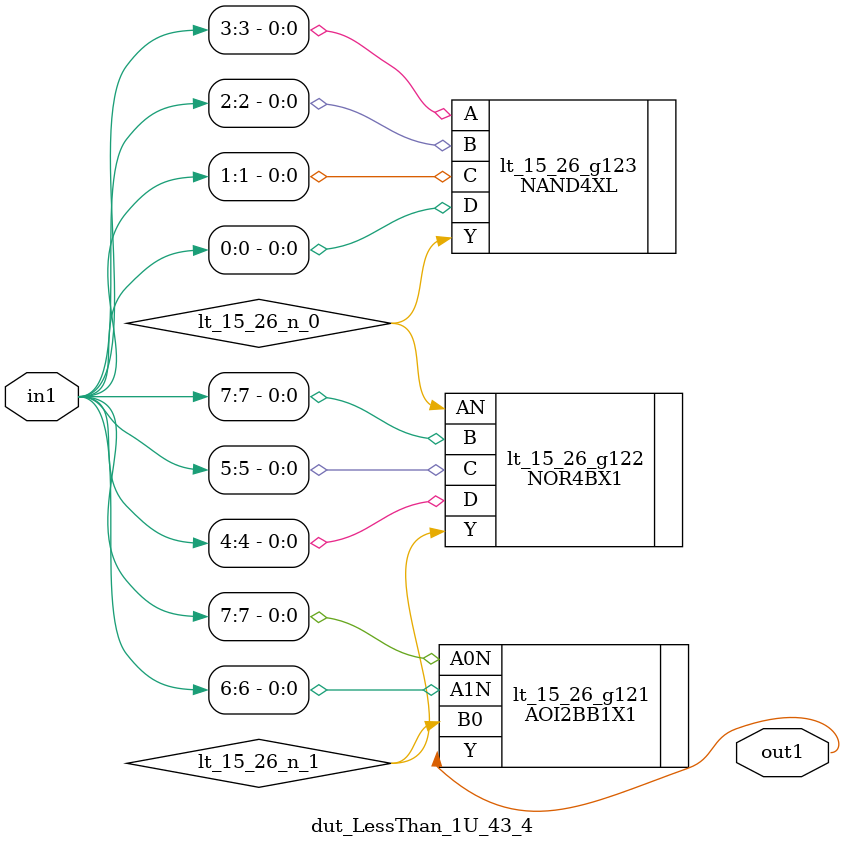
<source format=v>
`timescale 1ps / 1ps


module dut_LessThan_1U_43_4(in1, out1);
  input [7:0] in1;
  output out1;
  wire [7:0] in1;
  wire out1;
  wire lt_15_26_n_0, lt_15_26_n_1;
  AOI2BB1X1 lt_15_26_g121(.A0N (in1[7]), .A1N (in1[6]), .B0
       (lt_15_26_n_1), .Y (out1));
  NOR4BX1 lt_15_26_g122(.AN (lt_15_26_n_0), .B (in1[7]), .C (in1[5]),
       .D (in1[4]), .Y (lt_15_26_n_1));
  NAND4XL lt_15_26_g123(.A (in1[3]), .B (in1[2]), .C (in1[1]), .D
       (in1[0]), .Y (lt_15_26_n_0));
endmodule



</source>
